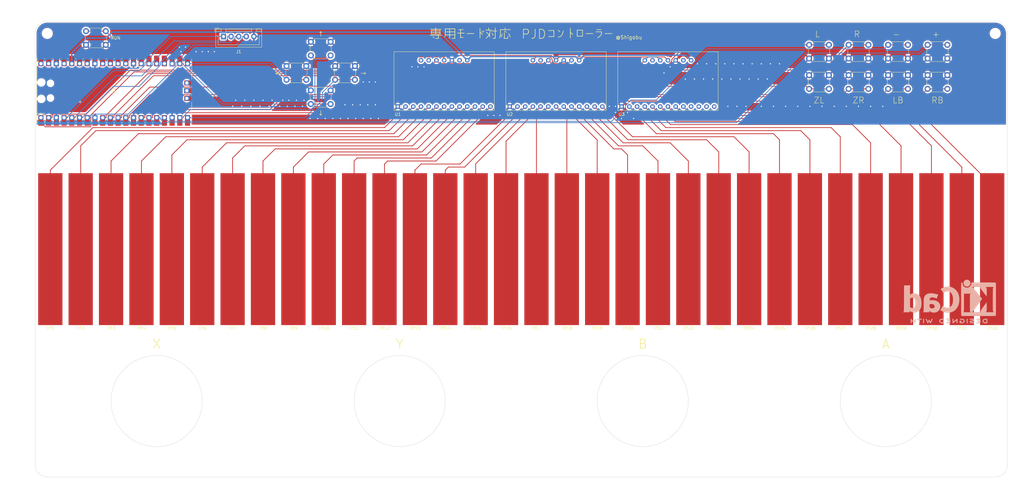
<source format=kicad_pcb>
(kicad_pcb (version 20221018) (generator pcbnew)
  (title_block (title "初音ミクPJDアーケードコントローラ自作") (date "2025-03-22"))
  (layers (0 "F.Cu" signal) (31 "B.Cu" signal) (34 "B.Paste" user) (35 "F.Paste" user) (36 "B.SilkS" user "B.Silkscreen") (37 "F.SilkS" user "F.Silkscreen") (38 "B.Mask" user) (39 "F.Mask" user) (44 "Edge.Cuts" user))
  (net 0 "")
  (net 1 "/○")
  (net 2 "/×")
  (net 3 "/△")
  (net 4 "/□")
  (net 5 "GND")
  (net 6 "/L")
  (net 7 "/ZL")
  (net 8 "/LB")
  (net 9 "/R")
  (net 10 "/ZR")
  (net 11 "/RB")
  (net 12 "/+")
  (net 13 "Net-(U3-0)")
  (net 14 "Net-(U3-1)")
  (net 15 "Net-(U3-2)")
  (net 16 "Net-(U3-3)")
  (net 17 "Net-(U3-4)")
  (net 18 "Net-(U3-5)")
  (net 19 "Net-(U3-6)")
  (net 20 "Net-(U3-7)")
  (net 21 "Net-(U1-0)")
  (net 22 "Net-(U1-1)")
  (net 23 "Net-(U1-2)")
  (net 24 "Net-(U1-3)")
  (net 25 "Net-(U1-4)")
  (net 26 "Net-(U1-5)")
  (net 27 "Net-(U1-6)")
  (net 28 "Net-(U1-7)")
  (net 29 "Net-(U1-8)")
  (net 30 "Net-(U1-9)")
  (net 31 "Net-(U1-10)")
  (net 32 "Net-(U1-11)")
  (net 33 "Net-(U2-0)")
  (net 34 "Net-(U2-1)")
  (net 35 "Net-(U2-2)")
  (net 36 "Net-(U2-3)")
  (net 37 "Net-(U2-4)")
  (net 38 "Net-(U2-5)")
  (net 39 "Net-(U2-6)")
  (net 40 "Net-(U2-7)")
  (net 41 "Net-(U2-8)")
  (net 42 "Net-(U2-9)")
  (net 43 "Net-(U2-10)")
  (net 44 "Net-(U2-11)")
  (net 45 "+3V3")
  (net 47 "/SCL")
  (net 48 "/SDA")
  (net 51 "Net-(U2-3Vo)")
  (net 59 "/-")
  (net 60 "/UP")
  (net 76 "/LEFT")
  (net 77 "/RIGHT")
  (net 78 "/DOWN")
  (net 79 "Net-(U4-RUN)")
  (footprint "Connector_JST:JST_XH_B5B-XH-A_1x05_P2.50mm_Vertical" (layer "F.Cu") (at 83 35)
    (fp_text reference "J1")
    (fp_text value "Main_SW")
  )
  (footprint "shigobuFootPrint:TouchBar" (layer "F.Cu") (at 132 130)
    (fp_text reference "TP12")
    (fp_text value "TestPoint")
  )
  (footprint "shigobuFootPrint:TouchBar" (layer "F.Cu") (at 302 130)
    (fp_text reference "TP29")
    (fp_text value "TestPoint")
  )
  (footprint "shigobuFootPrint:TouchBar" (layer "F.Cu") (at 252 130)
    (fp_text reference "TP24")
    (fp_text value "TestPoint")
  )
  (footprint "Button_Switch_THT:SW_PUSH_6mm" (layer "F.Cu") (at 288.75 47.75)
    (fp_text reference "SW5" hide)
    (fp_text value "ZR")
  )
  (footprint "shigobuFootPrint:TouchBar" (layer "F.Cu") (at 102 130)
    (fp_text reference "TP9")
    (fp_text value "TestPoint")
  )
  (footprint "shigobuFootPrint:TouchBar" (layer "F.Cu") (at 112 130)
    (fp_text reference "TP10")
    (fp_text value "TestPoint")
  )
  (footprint "shigobuFootPrint:TouchBar" (layer "F.Cu") (at 32 130)
    (fp_text reference "TP2")
    (fp_text value "TestPoint")
  )
  (footprint "shigobuFootPrint:TouchBar" (layer "F.Cu") (at 192 130)
    (fp_text reference "TP18")
    (fp_text value "TestPoint")
  )
  (footprint "shigobuFootPrint:TouchBar" (layer "F.Cu") (at 82 130)
    (fp_text reference "TP7")
    (fp_text value "TestPoint")
  )
  (footprint "Button_Switch_THT:SW_PUSH_6mm" (layer "F.Cu") (at 119.75 44.75)
    (fp_text reference "SW11" hide)
    (fp_text value "→")
  )
  (footprint "shigobuFootPrint:TouchBar" (layer "F.Cu") (at 282 130)
    (fp_text reference "TP27")
    (fp_text value "TestPoint")
  )
  (footprint "shigobuFootPrint:TouchBar" (layer "F.Cu") (at 72 130)
    (fp_text reference "TP6")
    (fp_text value "TestPoint")
  )
  (footprint "MountingHole:MountingHole_3.2mm_M3" (layer "F.Cu") (at 25 34)
    (fp_text reference "REF4" hide)
    (fp_text value "MountingHole_3.2mm_M3")
  )
  (footprint "RPi_Pico:RPi_Pico_SMD_TH" (layer "F.Cu") (at 47.035 52.84 90)
    (fp_text reference "U4")
    (fp_text value "Pico")
  )
  (footprint "shigobuFootPrint:Capacitive_Touch_Sensor_Breakout" (layer "F.Cu") (at 192.45 50.46 180)
    (fp_text reference "U2")
    (fp_text value "Capacitive_Touch_Sensor_Breakout")
  )
  (footprint "shigobuFootPrint:TouchBar" (layer "F.Cu") (at 312 130)
    (fp_text reference "TP30")
    (fp_text value "TestPoint")
  )
  (footprint "shigobuFootPrint:TouchBar" (layer "F.Cu") (at 42 130)
    (fp_text reference "TP3")
    (fp_text value "TestPoint")
  )
  (footprint "Button_Switch_THT:SW_PUSH_6mm" (layer "F.Cu") (at 111.75 52.75)
    (fp_text reference "SW12" hide)
    (fp_text value "↓")
  )
  (footprint "shigobuFootPrint:TouchBar" (layer "F.Cu") (at 92 130)
    (fp_text reference "TP8")
    (fp_text value "TestPoint")
  )
  (footprint "Button_Switch_THT:SW_PUSH_6mm" (layer "F.Cu") (at 308.25 42.25 180)
    (fp_text reference "SW10" hide)
    (fp_text value "-")
  )
  (footprint "shigobuFootPrint:TouchBar" (layer "F.Cu") (at 332 130)
    (fp_text reference "TP32")
    (fp_text value "TestPoint")
  )
  (footprint "shigobuFootPrint:Capacitive_Touch_Sensor_Breakout" (layer "F.Cu") (at 229.28 50.46 180)
    (fp_text reference "U3")
    (fp_text value "Capacitive_Touch_Sensor_Breakout")
  )
  (footprint "shigobuFootPrint:Capacitive_Touch_Sensor_Breakout" (layer "F.Cu") (at 155.62 50.46 180)
    (fp_text reference "U1")
    (fp_text value "Capacitive_Touch_Sensor_Breakout")
  )
  (footprint "Button_Switch_THT:SW_PUSH_6mm" (layer "F.Cu") (at 282.25 42.25 180)
    (fp_text reference "SW1" hide)
    (fp_text value "L")
  )
  (footprint "MountingHole:MountingHole_3.2mm_M3" (layer "F.Cu") (at 337 176)
    (fp_text reference "REF2" hide)
    (fp_text value "MountingHole_3.2mm_M3")
  )
  (footprint "Button_Switch_THT:SW_PUSH_6mm" (layer "F.Cu") (at 314.75 47.75)
    (fp_text reference "SW6" hide)
    (fp_text value "RB")
  )
  (footprint "Button_Switch_THT:SW_PUSH_6mm" (layer "F.Cu") (at 103.75 44.75)
    (fp_text reference "SW9" hide)
    (fp_text value "←")
  )
  (footprint "shigobuFootPrint:TouchBar" (layer "F.Cu") (at 232 130)
    (fp_text reference "TP22")
    (fp_text value "TestPoint")
  )
  (footprint "MountingHole:MountingHole_3.2mm_M3" (layer "F.Cu") (at 337 34)
    (fp_text reference "REF3" hide)
    (fp_text value "MountingHole_3.2mm_M3")
  )
  (footprint "shigobuFootPrint:TouchBar" (layer "F.Cu") (at 162 130)
    (fp_text reference "TP15")
    (fp_text value "TestPoint")
  )
  (footprint "shigobuFootPrint:TouchBar" (layer "F.Cu") (at 172 130)
    (fp_text reference "TP16")
    (fp_text value "TestPoint")
  )
  (footprint "shigobuFootPrint:TouchBar" (layer "F.Cu") (at 22 130)
    (fp_text reference "TP1")
    (fp_text value "TestPoint")
  )
  (footprint "shigobuFootPrint:TouchBar" (layer "F.Cu") (at 122 130)
    (fp_text reference "TP11")
    (fp_text value "TestPoint")
  )
  (footprint "shigobuFootPrint:TouchBar" (layer "F.Cu") (at 262 130)
    (fp_text reference "TP25")
    (fp_text value "TestPoint")
  )
  (footprint "shigobuFootPrint:TouchBar" (layer "F.Cu") (at 242 130)
    (fp_text reference "TP23")
    (fp_text value "TestPoint")
  )
  (footprint "shigobuFootPrint:TouchBar" (layer "F.Cu") (at 62 130)
    (fp_text reference "TP5")
    (fp_text value "TestPoint")
  )
  (footprint "shigobuFootPrint:TouchBar" (layer "F.Cu") (at 322 130)
    (fp_text reference "TP31")
    (fp_text value "TestPoint")
  )
  (footprint "Button_Switch_THT:SW_PUSH_6mm" (layer "F.Cu") (at 275.75 47.75)
    (fp_text reference "SW2" hide)
    (fp_text value "ZL")
  )
  (footprint "shigobuFootPrint:TouchBar" (layer "F.Cu") (at 152 130)
    (fp_text reference "TP14")
    (fp_text value "TestPoint")
  )
  (footprint "Button_Switch_THT:SW_PUSH_6mm" (layer "F.Cu") (at 37.75 33.25)
    (fp_text reference "SW13" hide)
    (fp_text value "RUN")
  )
  (footprint "shigobuFootPrint:TouchBar" (layer "F.Cu") (at 292 130)
    (fp_text reference "TP28")
    (fp_text value "TestPoint")
  )
  (footprint "Button_Switch_THT:SW_PUSH_6mm" (layer "F.Cu") (at 111.75 36.75)
    (fp_text reference "SW8" hide)
    (fp_text value "↑")
  )
  (footprint "shigobuFootPrint:TouchBar" (layer "F.Cu") (at 52 130)
    (fp_text reference "TP4")
    (fp_text value "TestPoint")
  )
  (footprint "shigobuFootPrint:TouchBar" (layer "F.Cu") (at 182 130)
    (fp_text reference "TP17")
    (fp_text value "TestPoint")
  )
  (footprint "Button_Switch_THT:SW_PUSH_6mm" (layer "F.Cu") (at 295.25 42.25 180)
    (fp_text reference "SW4" hide)
    (fp_text value "R")
  )
  (footprint "Button_Switch_THT:SW_PUSH_6mm" (layer "F.Cu") (at 321.25 42.25 180)
    (fp_text reference "SW7" hide)
    (fp_text value "+")
  )
  (footprint "shigobuFootPrint:TouchBar" (layer "F.Cu") (at 272 130)
    (fp_text reference "TP26")
    (fp_text value "TestPoint")
  )
  (footprint "shigobuFootPrint:TouchBar" (layer "F.Cu") (at 222 130)
    (fp_text reference "TP21")
    (fp_text value "TestPoint")
  )
  (footprint "shigobuFootPrint:TouchBar" (layer "F.Cu") (at 212 130)
    (fp_text reference "TP20")
    (fp_text value "TestPoint")
  )
  (footprint "Button_Switch_THT:SW_PUSH_6mm" (layer "F.Cu") (at 301.75 47.75)
    (fp_text reference "SW3" hide)
    (fp_text value "LB")
  )
  (footprint "MountingHole:MountingHole_3.2mm_M3" (layer "F.Cu") (at 25 176)
    (fp_text reference "REF1" hide)
    (fp_text value "MountingHole_3.2mm_M3")
  )
  (footprint "shigobuFootPrint:TouchBar" (layer "F.Cu") (at 202 130)
    (fp_text reference "TP19")
    (fp_text value "TestPoint")
  )
  (footprint "shigobuFootPrint:TouchBar" (layer "F.Cu") (at 142 130)
    (fp_text reference "TP13")
    (fp_text value "TestPoint")
  )
  (footprint "Symbol:KiCad-Logo2_12mm_SilkScreen" (layer "B.Cu") (at 322 121 180)
    (fp_text reference "REF**" hide)
    (fp_text value "KiCad-Logo2_12mm_SilkScreen" hide)
  )
  (gr_line (start 261 30) (end 181 30) (stroke (width 0.1)) (layer "Edge.Cuts"))
  (gr_line (start 261 180) (end 337 180) (stroke (width 0.1)) (layer "Edge.Cuts"))
  (gr_arc (start 341 176) (mid 339.828427 178.828427) (end 337 180) (stroke (width 0.1)) (layer "Edge.Cuts"))
  (gr_line (start 21 34) (end 21 176) (stroke (width 0.1)) (layer "Edge.Cuts"))
  (gr_line (start 341 34) (end 341 176) (stroke (width 0.1)) (layer "Edge.Cuts"))
  (gr_line (start 337 30) (end 261 30) (stroke (width 0.1)) (layer "Edge.Cuts"))
  (gr_circle (center 141 155) (end 156 155) (stroke (width 0.1)) (fill none) (layer "Edge.Cuts"))
  (gr_arc (start 21 34) (mid 22.171573 31.171573) (end 25 30) (stroke (width 0.1)) (layer "Edge.Cuts"))
  (gr_circle (center 301 155) (end 316 155) (stroke (width 0.1)) (fill none) (layer "Edge.Cuts"))
  (gr_line (start 101 180) (end 181 180) (stroke (width 0.1)) (layer "Edge.Cuts"))
  (gr_line (start 101 30) (end 25 30) (stroke (width 0.1)) (layer "Edge.Cuts"))
  (gr_circle (center 221 155) (end 236 155) (stroke (width 0.1)) (fill none) (layer "Edge.Cuts"))
  (gr_circle (center 61 155) (end 76 155) (stroke (width 0.1)) (fill none) (layer "Edge.Cuts"))
  (gr_arc (start 25 180) (mid 22.171573 178.828427) (end 21 176) (stroke (width 0.1)) (layer "Edge.Cuts"))
  (gr_line (start 181 180) (end 261 180) (stroke (width 0.1)) (layer "Edge.Cuts"))
  (gr_arc (start 337 30) (mid 339.828427 31.171573) (end 341 34) (stroke (width 0.1)) (layer "Edge.Cuts"))
  (gr_line (start 25 180) (end 101 180) (stroke (width 0.1)) (layer "Edge.Cuts"))
  (gr_line (start 181 30) (end 101 30) (stroke (width 0.1)) (layer "Edge.Cuts"))
  (gr_text "X" (at 61 138) (layer "F.SilkS") (effects (font (size 3 3) (thickness 0.3)) (justify bottom)))
  (gr_text "@Shigobu" (at 212 36) (layer "F.SilkS") (effects (font (size 1.2 1.2)) (justify left bottom)))
  (gr_text "B" (at 221 138) (layer "F.SilkS") (effects (font (size 3 3) (thickness 0.3)) (justify bottom)))
  (gr_text "専用モード対応　PJDコントローラー" (at 181 36) (layer "F.SilkS") (effects (font (size 3 3) (thickness 0.2)) (justify bottom)))
  (gr_text "A" (at 301 138) (layer "F.SilkS") (effects (font (size 3 3) (thickness 0.3)) (justify bottom)))
  (gr_text "Y" (at 141 138) (layer "F.SilkS") (effects (font (size 3 3) (thickness 0.3)) (justify bottom)))
  (segment (start 57.195 43.5506) (end 65.7456 35) (width 0.25) (layer "B.Cu") (net 1))
  (segment (start 31.7001 61.3628) (end 46.7947 46.2682) (width 0.25) (layer "B.Cu") (net 1))
  (segment (start 57.195 44.3768) (end 57.195 43.5506) (width 0.25) (layer "B.Cu") (net 1))
  (segment (start 46.7947 46.2682) (end 55.3036 46.2682) (width 0.25) (layer "B.Cu") (net 1))
  (segment (start 30.525 61.73) (end 31.7001 61.73) (width 0.25) (layer "B.Cu") (net 1))
  (segment (start 65.7456 35) (end 83 35) (width 0.25) (layer "B.Cu") (net 1))
  (segment (start 31.7001 61.73) (end 31.7001 61.3628) (width 0.25) (layer "B.Cu") (net 1))
  (segment (start 55.3036 46.2682) (end 57.195 44.3768) (width 0.25) (layer "B.Cu") (net 1))
  (segment (start 85.5 35) (end 84.3249 35) (width 0.25) (layer "B.Cu") (net 2))
  (segment (start 34.2401 61.3628) (end 47.6462 47.9567) (width 0.25) (layer "B.Cu") (net 2))
  (segment (start 56.1227 47.9567) (end 59.735 44.3444) (width 0.25) (layer "B.Cu") (net 2))
  (segment (start 66.7077 36.4888) (end 83.7296 36.4888) (width 0.25) (layer "B.Cu") (net 2))
  (segment (start 47.6462 47.9567) (end 56.1227 47.9567) (width 0.25) (layer "B.Cu") (net 2))
  (segment (start 84.3249 35.8935) (end 84.3249 35) (width 0.25) (layer "B.Cu") (net 2))
  (segment (start 59.735 43.4615) (end 66.7077 36.4888) (width 0.25) (layer "B.Cu") (net 2))
  (segment (start 33.065 61.73) (end 34.2401 61.73) (width 0.25) (layer "B.Cu") (net 2))
  (segment (start 59.735 44.3444) (end 59.735 43.4615) (width 0.25) (layer "B.Cu") (net 2))
  (segment (start 34.2401 61.73) (end 34.2401 61.3628) (width 0.25) (layer "B.Cu") (net 2))
  (segment (start 83.7296 36.4888) (end 84.3249 35.8935) (width 0.25) (layer "B.Cu") (net 2))
  (segment (start 55.1701 51.4576) (end 62.275 44.3527) (width 0.25) (layer "B.Cu") (net 3))
  (segment (start 36.7801 61.3628) (end 46.6853 51.4576) (width 0.25) (layer "B.Cu") (net 3))
  (segment (start 86.8249 35.5355) (end 86.8249 35) (width 0.25) (layer "B.Cu") (net 3))
  (segment (start 46.6853 51.4576) (end 55.1701 51.4576) (width 0.25) (layer "B.Cu") (net 3))
  (segment (start 62.275 44.3527) (end 62.275 43.4742) (width 0.25) (layer "B.Cu") (net 3))
  (segment (start 88 35) (end 86.8249 35) (width 0.25) (layer "B.Cu") (net 3))
  (segment (start 68.7454 37.0038) (end 85.3566 37.0038) (width 0.25) (layer "B.Cu") (net 3))
  (segment (start 36.7801 61.73) (end 36.7801 61.3628) (width 0.25) (layer "B.Cu") (net 3))
  (segment (start 35.605 61.73) (end 36.7801 61.73) (width 0.25) (layer "B.Cu") (net 3))
  (segment (start 62.275 43.4742) (end 68.7454 37.0038) (width 0.25) (layer "B.Cu") (net 3))
  (segment (start 85.3566 37.0038) (end 86.8249 35.5355) (width 0.25) (layer "B.Cu") (net 3))
  (segment (start 73.0557 37.8393) (end 87.0211 37.8393) (width 0.25) (layer "B.Cu") (net 4))
  (segment (start 67.312 44.8827) (end 67.312 43.583) (width 0.25) (layer "B.Cu") (net 4))
  (segment (start 87.0211 37.8393) (end 89.3249 35.5355) (width 0.25) (layer "B.Cu") (net 4))
  (segment (start 39.3201 61.73) (end 39.3201 60.9221) (width 0.25) (layer "B.Cu") (net 4))
  (segment (start 67.312 43.583) (end 73.0557 37.8393) (width 0.25) (layer "B.Cu") (net 4))
  (segment (start 39.3201 60.9221) (end 39.6873 60.5549) (width 0.25) (layer "B.Cu") (net 4))
  (segment (start 89.3249 35.5355) (end 89.3249 35) (width 0.25) (layer "B.Cu") (net 4))
  (segment (start 90.5 35) (end 89.3249 35) (width 0.25) (layer "B.Cu") (net 4))
  (segment (start 39.6873 60.5549) (end 51.6398 60.5549) (width 0.25) (layer "B.Cu") (net 4))
  (segment (start 38.145 61.73) (end 39.3201 61.73) (width 0.25) (layer "B.Cu") (net 4))
  (segment (start 51.6398 60.5549) (end 67.312 44.8827) (width 0.25) (layer "B.Cu") (net 4))
  (segment (start 53.385 60.615) (end 54 60) (width 0.25) (layer "F.Cu") (net 5))
  (segment (start 53.385 61.73) (end 53.385 60.615) (width 0.25) (layer "F.Cu") (net 5))
  (via (at 242 44) (size 0.8) (drill 0.4) (layers "F.Cu" "B.Cu") (net 5))
  (via (at 102.5 56) (size 0.8) (drill 0.4) (layers "F.Cu" "B.Cu") (net 5))
  (via (at 134 62) (size 0.8) (drill 0.4) (layers "F.Cu" "B.Cu") (net 5))
  (via (at 254 44) (size 0.8) (drill 0.4) (layers "F.Cu" "B.Cu") (net 5))
  (via (at 133 57.5) (size 0.8) (drill 0.4) (layers "F.Cu" "B.Cu") (net 5))
  (via (at 119 62) (size 0.8) (drill 0.4) (layers "F.Cu" "B.Cu") (net 5))
  (via (at 89 58) (size 0.8) (drill 0.4) (layers "F.Cu" "B.Cu") (net 5))
  (via (at 114 62) (size 0.8) (drill 0.4) (layers "F.Cu" "B.Cu") (net 5))
  (via (at 255 58) (size 0.8) (drill 0.4) (layers "F.Cu" "B.Cu") (net 5))
  (via (at 256 49) (size 0.8) (drill 0.4) (layers "F.Cu" "B.Cu") (net 5))
  (via (at 174 61) (size 0.8) (drill 0.4) (layers "F.Cu" "B.Cu") (net 5))
  (via (at 129 50) (size 0.8) (drill 0.4) (layers "F.Cu" "B.Cu") (net 5))
  (via (at 245 44) (size 0.8) (drill 0.4) (layers "F.Cu" "B.Cu") (net 5))
  (via (at 228 47) (size 0.8) (drill 0.4) (layers "F.Cu" "B.Cu") (net 5))
  (via (at 296 58) (size 0.8) (drill 0.4) (layers "F.Cu" "B.Cu") (net 5))
  (via (at 107 56) (size 0.8) (drill 0.4) (layers "F.Cu" "B.Cu") (net 5))
  (via (at 268 58) (size 0.8) (drill 0.4) (layers "F.Cu" "B.Cu") (net 5))
  (via (at 292 58) (size 0.8) (drill 0.4) (layers "F.Cu" "B.Cu") (net 5))
  (via (at 125.5 57.5) (size 0.8) (drill 0.4) (layers "F.Cu" "B.Cu") (net 5))
  (via (at 149 45) (size 0.8) (drill 0.4) (layers "F.Cu" "B.Cu") (net 5))
  (via (at 276 58) (size 0.8) (drill 0.4) (layers "F.Cu" "B.Cu") (net 5))
  (via (at 90 56) (size 0.8) (drill 0.4) (layers "F.Cu" "B.Cu") (net 5))
  (via (at 124 62) (size 0.8) (drill 0.4) (layers "F.Cu" "B.Cu") (net 5))
  (via (at 98 58) (size 0.8) (drill 0.4) (layers "F.Cu" "B.Cu") (net 5))
  (via (at 95 58) (size 0.8) (drill 0.4) (layers "F.Cu" "B.Cu") (net 5))
  (via (at 130.5 57.5) (size 0.8) (drill 0.4) (layers "F.Cu" "B.Cu") (net 5))
  (via (at 129 62) (size 0.8) (drill 0.4) (layers "F.Cu" "B.Cu") (net 5))
  (via (at 260 58) (size 0.8) (drill 0.4) (layers "F.Cu" "B.Cu") (net 5))
  (via (at 123 57.5) (size 0.8) (drill 0.4) (layers "F.Cu" "B.Cu") (net 5))
  (via (at 214 62) (size 0.8) (drill 0.4) (layers "F.Cu" "B.Cu") (net 5))
  (via (at 260 44) (size 0.8) (drill 0.4) (layers "F.Cu" "B.Cu") (net 5))
  (via (at 288 58) (size 0.8) (drill 0.4) (layers "F.Cu" "B.Cu") (net 5))
  (via (at 263 44) (size 0.8) (drill 0.4) (layers "F.Cu" "B.Cu") (net 5))
  (via (at 244 49) (size 0.8) (drill 0.4) (layers "F.Cu" "B.Cu") (net 5))
  (via (at 111.5 62) (size 0.8) (drill 0.4) (layers "F.Cu" "B.Cu") (net 5))
  (via (at 300 58) (size 0.8) (drill 0.4) (layers "F.Cu" "B.Cu") (net 5))
  (via (at 264 58) (size 0.8) (drill 0.4) (layers "F.Cu" "B.Cu") (net 5))
  (via (at 96 56) (size 0.8) (drill 0.4) (layers "F.Cu" "B.Cu") (net 5))
  (via (at 78 40) (size 0.8) (drill 0.4) (layers "F.Cu" "B.Cu") (net 5))
  (via (at 252 58) (size 0.8) (drill 0.4) (layers "F.Cu" "B.Cu") (net 5))
  (via (at 69 40) (size 0.8) (drill 0.4) (layers "F.Cu" "B.Cu") (net 5))
  (via (at 210 58) (size 0.8) (drill 0.4) (layers "F.Cu" "B.Cu") (net 5))
  (via (at 172 61) (size 0.8) (drill 0.4) (layers "F.Cu" "B.Cu") (net 5))
  (via (at 133 50) (size 0.8) (drill 0.4) (layers "F.Cu" "B.Cu") (net 5))
  (via (at 104 58) (size 0.8) (drill 0.4) (layers "F.Cu" "B.Cu") (net 5))
  (via (at 121.5 62) (size 0.8) (drill 0.4) (layers "F.Cu" "B.Cu") (net 5))
  (via (at 238 49) (size 0.8) (drill 0.4) (layers "F.Cu" "B.Cu") (net 5))
  (via (at 104.5 56) (size 0.8) (drill 0.4) (layers "F.Cu" "B.Cu") (net 5))
  (via (at 87 56) (size 0.8) (drill 0.4) (layers "F.Cu" "B.Cu") (net 5))
  (via (at 99 56) (size 0.8) (drill 0.4) (layers "F.Cu" "B.Cu") (net 5))
  (via (at 230 45) (size 0.8) (drill 0.4) (layers "F.Cu" "B.Cu") (net 5))
  (via (at 251 44) (size 0.8) (drill 0.4) (layers "F.Cu" "B.Cu") (net 5))
  (via (at 131.5 62) (size 0.8) (drill 0.4) (layers "F.Cu" "B.Cu") (net 5))
  (via (at 250 49) (size 0.8) (drill 0.4) (layers "F.Cu" "B.Cu") (net 5))
  (via (at 272 58) (size 0.8) (drill 0.4) (layers "F.Cu" "B.Cu") (net 5))
  (via (at 92 58) (size 0.8) (drill 0.4) (layers "F.Cu" "B.Cu") (net 5))
  (via (at 266 44) (size 0.8) (drill 0.4) (layers "F.Cu" "B.Cu") (net 5))
  (via (at 170 61) (size 0.8) (drill 0.4) (layers "F.Cu" "B.Cu") (net 5))
  (via (at 212 60) (size 0.8) (drill 0.4) (layers "F.Cu" "B.Cu") (net 5))
  (via (at 253 49) (size 0.8) (drill 0.4) (layers "F.Cu" "B.Cu") (net 5))
  (via (at 280 58) (size 0.8) (drill 0.4) (layers "F.Cu" "B.Cu") (net 5))
  (via (at 106.5 58) (size 0.8) (drill 0.4) (layers "F.Cu" "B.Cu") (net 5))
  (via (at 145 45) (size 0.8) (drill 0.4) (layers "F.Cu" "B.Cu") (net 5))
  (via (at 116.5 62) (size 0.8) (drill 0.4) (layers "F.Cu" "B.Cu") (net 5))
  (via (at 249 58) (size 0.8) (drill 0.4) (layers "F.Cu" "B.Cu") (net 5))
  (via (at 239 44) (size 0.8) (drill 0.4) (layers "F.Cu" "B.Cu") (net 5))
  (via (at 216 60) (size 0.8) (drill 0.4) (layers "F.Cu" "B.Cu") (net 5))
  (via (at 128 57.5) (size 0.8) (drill 0.4) (layers "F.Cu" "B.Cu") (net 5))
  (via (at 257 44) (size 0.8) (drill 0.4) (layers "F.Cu" "B.Cu") (net 5))
  (via (at 86 58) (size 0.8) (drill 0.4) (layers "F.Cu" "B.Cu") (net 5))
  (via (at 70.5 38.5) (size 0.8) (drill 0.4) (layers "F.Cu" "B.Cu") (net 5))
  (via (at 68.5 38.5) (size 0.8) (drill 0.4) (layers "F.Cu" "B.Cu") (net 5))
  (via (at 241 49) (size 0.8) (drill 0.4) (layers "F.Cu" "B.Cu") (net 5))
  (via (at 101.5 58) (size 0.8) (drill 0.4) (layers "F.Cu" "B.Cu") (net 5))
  (via (at 109.5 56) (size 0.8) (drill 0.4) (layers "F.Cu" "B.Cu") (net 5))
  (via (at 248 44) (size 0.8) (drill 0.4) (layers "F.Cu" "B.Cu") (net 5))
  (via (at 235 49) (size 0.8) (drill 0.4) (layers "F.Cu" "B.Cu") (net 5))
  (via (at 284 58) (size 0.8) (drill 0.4) (layers "F.Cu" "B.Cu") (net 5))
  (via (at 80 40) (size 0.8) (drill 0.4) (layers "F.Cu" "B.Cu") (net 5))
  (via (at 126.5 62) (size 0.8) (drill 0.4) (layers "F.Cu" "B.Cu") (net 5))
  (via (at 212 58) (size 0.8) (drill 0.4) (layers "F.Cu" "B.Cu") (net 5))
  (via (at 76 40) (size 0.8) (drill 0.4) (layers "F.Cu" "B.Cu") (net 5))
  (via (at 74 40) (size 0.8) (drill 0.4) (layers "F.Cu" "B.Cu") (net 5))
  (via (at 147 45) (size 0.8) (drill 0.4) (layers "F.Cu" "B.Cu") (net 5))
  (via (at 131 50) (size 0.8) (drill 0.4) (layers "F.Cu" "B.Cu") (net 5))
  (via (at 262 49) (size 0.8) (drill 0.4) (layers "F.Cu" "B.Cu") (net 5))
  (via (at 247 49) (size 0.8) (drill 0.4) (layers "F.Cu" "B.Cu") (net 5))
  (via (at 109 58) (size 0.8) (drill 0.4) (layers "F.Cu" "B.Cu") (net 5))
  (via (at 218 62) (size 0.8) (drill 0.4) (layers "F.Cu" "B.Cu") (net 5))
  (via (at 259 49) (size 0.8) (drill 0.4) (layers "F.Cu" "B.Cu") (net 5))
  (via (at 93 56) (size 0.8) (drill 0.4) (layers "F.Cu" "B.Cu") (net 5))
  (segment (start 44.4001 60.9221) (end 44.4001 61.73) (width 0.25) (layer "F.Cu") (net 6))
  (segment (start 275.75 37.75) (end 235.3462 37.75) (width 0.25) (layer "F.Cu") (net 6))
  (segment (start 230.55 42.5462) (end 230.55 43.1505) (width 0.25) (layer "F.Cu") (net 6))
  (segment (start 235.3462 37.75) (end 230.55 42.5462) (width 0.25) (layer "F.Cu") (net 6))
  (segment (start 282.25 37.75) (end 275.75 37.75) (width 0.25) (layer "F.Cu") (net 6))
  (segment (start 58.0755 47.2467) (end 44.4001 60.9221) (width 0.25) (layer "F.Cu") (net 6))
  (segment (start 226.4538 47.2467) (end 58.0755 47.2467) (width 0.25) (layer "F.Cu") (net 6))
  (segment (start 43.225 61.73) (end 44.4001 61.73) (width 0.25) (layer "F.Cu") (net 6))
  (segment (start 230.55 43.1505) (end 226.4538 47.2467) (width 0.25) (layer "F.Cu") (net 6))
  (segment (start 48.305 61.73) (end 49.4801 61.73) (width 0.25) (layer "F.Cu") (net 7))
  (segment (start 49.4801 60.9221) (end 58.7374 51.6648) (width 0.25) (layer "F.Cu") (net 7))
  (segment (start 275.75 52.25) (end 282.25 52.25) (width 0.25) (layer "F.Cu") (net 7))
  (segment (start 274.8832 51.3832) (end 275.75 52.25) (width 0.25) (layer "F.Cu") (net 7))
  (segment (start 109.7094 51.6648) (end 109.991 51.3832) (width 0.25) (layer "F.Cu") (net 7))
  (segment (start 109.991 51.3832) (end 274.8832 51.3832) (width 0.25) (layer "F.Cu") (net 7))
  (segment (start 49.4801 61.73) (end 49.4801 60.9221) (width 0.25) (layer "F.Cu") (net 7))
  (segment (start 58.7374 51.6648) (end 109.7094 51.6648) (width 0.25) (layer "F.Cu") (net 7))
  (segment (start 102.512 54.8357) (end 98.2748 59.0729) (width 0.25) (layer "F.Cu") (net 8))
  (segment (start 301.75 52.25) (end 308.25 52.25) (width 0.25) (layer "F.Cu") (net 8))
  (segment (start 301.75 52.25) (end 299.1643 54.8357) (width 0.25) (layer "F.Cu") (net 8))
  (segment (start 57.1001 60.9221) (end 57.1001 61.73) (width 0.25) (layer "F.Cu") (net 8))
  (segment (start 299.1643 54.8357) (end 102.512 54.8357) (width 0.25) (layer "F.Cu") (net 8))
  (segment (start 55.925 61.73) (end 57.1001 61.73) (width 0.25) (layer "F.Cu") (net 8))
  (segment (start 58.9493 59.0729) (end 57.1001 60.9221) (width 0.25) (layer "F.Cu") (net 8))
  (segment (start 98.2748 59.0729) (end 58.9493 59.0729) (width 0.25) (layer "F.Cu") (net 8))
  (segment (start 228.8742 47.9218) (end 59.9404 47.9218) (width 0.25) (layer "F.Cu") (net 9))
  (segment (start 46.9401 60.9221) (end 46.9401 61.73) (width 0.25) (layer "F.Cu") (net 9))
  (segment (start 230.7328 46.0632) (end 228.8742 47.9218) (width 0.25) (layer "F.Cu") (net 9))
  (segment (start 288.75 37.75) (end 280.4368 46.0632) (width 0.25) (layer "F.Cu") (net 9))
  (segment (start 59.9404 47.9218) (end 46.9401 60.9221) (width 0.25) (layer "F.Cu") (net 9))
  (segment (start 295.25 37.75) (end 288.75 37.75) (width 0.25) (layer "F.Cu") (net 9))
  (segment (start 280.4368 46.0632) (end 230.7328 46.0632) (width 0.25) (layer "F.Cu") (net 9))
  (segment (start 45.765 61.73) (end 46.9401 61.73) (width 0.25) (layer "F.Cu") (net 9))
  (segment (start 52.0201 60.9221) (end 58.7816 54.1606) (width 0.25) (layer "F.Cu") (net 10))
  (segment (start 52.0201 61.73) (end 52.0201 60.9221) (width 0.25) (layer "F.Cu") (net 10))
  (segment (start 286.8394 54.1606) (end 288.75 52.25) (width 0.25) (layer "F.Cu") (net 10))
  (segment (start 58.7816 54.1606) (end 286.8394 54.1606) (width 0.25) (layer "F.Cu") (net 10))
  (segment (start 288.75 52.25) (end 295.25 52.25) (width 0.25) (layer "F.Cu") (net 10))
  (segment (start 50.845 61.73) (end 52.0201 61.73) (width 0.25) (layer "F.Cu") (net 10))
  (segment (start 138.2393 56.2658) (end 134.4003 60.1048) (width 0.25) (layer "F.Cu") (net 11))
  (segment (start 134.4003 60.1048) (end 60.4574 60.1048) (width 0.25) (layer "F.Cu") (net 11))
  (segment (start 314.75 52.25) (end 310.7342 56.2658) (width 0.25) (layer "F.Cu") (net 11))
  (segment (start 59.6401 60.9221) (end 59.6401 61.73) (width 0.25) (layer "F.Cu") (net 11))
  (segment (start 58.465 61.73) (end 59.6401 61.73) (width 0.25) (layer "F.Cu") (net 11))
  (segment (start 60.4574 60.1048) (end 59.6401 60.9221) (width 0.25) (layer "F.Cu") (net 11))
  (segment (start 310.7342 56.2658) (end 138.2393 56.2658) (width 0.25) (layer "F.Cu") (net 11))
  (segment (start 314.75 52.25) (end 321.25 52.25) (width 0.25) (layer "F.Cu") (net 11))
  (segment (start 321.25 37.75) (end 314.75 37.75) (width 0.25) (layer "F.Cu") (net 12))
  (segment (start 251.8745 63.367) (end 274.7913 40.4502) (width 0.25) (layer "B.Cu") (net 12))
  (segment (start 63.4518 63.367) (end 251.8745 63.367) (width 0.25) (layer "B.Cu") (net 12))
  (segment (start 62.1801 62.0953) (end 63.4518 63.367) (width 0.25) (layer "B.Cu") (net 12))
  (segment (start 62.1801 61.73) (end 62.1801 62.0953) (width 0.25) (layer "B.Cu") (net 12))
  (segment (start 312.0498 40.4502) (end 314.75 37.75) (width 0.25) (layer "B.Cu") (net 12))
  (segment (start 274.7913 40.4502) (end 312.0498 40.4502) (width 0.25) (layer "B.Cu") (net 12))
  (segment (start 61.005 61.73) (end 62.1801 61.73) (width 0.25) (layer "B.Cu") (net 12))
  (segment locked (start 264 67) (end 225.5 67) (width 0.25) (layer "F.Cu") (net 13))
  (segment locked (start 225.5 67) (end 216.58 58.08) (width 0.25) (layer "F.Cu") (net 13))
  (segment locked (start 266 69) (end 264 67) (width 0.25) (layer "F.Cu") (net 13))
  (segment locked (start 266 105) (end 266 69) (width 0.25) (layer "F.Cu") (net 13))
  (segment locked (start 273 66) (end 227.04 66) (width 0.25) (layer "F.Cu") (net 14))
  (segment locked (start 276 105) (end 276 69) (width 0.25) (layer "F.Cu") (net 14))
  (segment locked (start 276 69) (end 273 66) (width 0.25) (layer "F.Cu") (net 14))
  (segment locked (start 227.04 66) (end 219.12 58.08) (width 0.25) (layer "F.Cu") (net 14))
  (segment locked (start 286 105) (end 286 68) (width 0.25) (layer "F.Cu") (net 15))
  (segment locked (start 283 65) (end 228.58 65) (width 0.25) (layer "F.Cu") (net 15))
  (segment locked (start 228.58 65) (end 221.66 58.08) (width 0.25) (layer "F.Cu") (net 15))
  (segment locked (start 286 68) (end 283 65) (width 0.25) (layer "F.Cu") (net 15))
  (segment locked (start 296 105) (end 296 70) (width 0.25) (layer "F.Cu") (net 16))
  (segment locked (start 296 70) (end 290 64) (width 0.25) (layer "F.Cu") (net 16))
  (segment locked (start 230.12 64) (end 224.2 58.08) (width 0.25) (layer "F.Cu") (net 16))
  (segment locked (start 290 64) (end 230.12 64) (width 0.25) (layer "F.Cu") (net 16))
  (segment locked (start 231.66 63) (end 226.74 58.08) (width 0.25) (layer "F.Cu") (net 17))
  (segment locked (start 298 63) (end 231.66 63) (width 0.25) (layer "F.Cu") (net 17))
  (segment locked (start 306 105) (end 306 71) (width 0.25) (layer "F.Cu") (net 17))
  (segment locked (start 306 71) (end 298 63) (width 0.25) (layer "F.Cu") (net 17))
  (segment locked (start 307 62) (end 233.2 62) (width 0.25) (layer "F.Cu") (net 18))
  (segment locked (start 316 105) (end 316 71) (width 0.25) (layer "F.Cu") (net 18))
  (segment locked (start 233.2 62) (end 229.28 58.08) (width 0.25) (layer "F.Cu") (net 18))
  (segment locked (start 316 71) (end 307 62) (width 0.25) (layer "F.Cu") (net 18))
  (segment locked (start 326 78) (end 309 61) (width 0.25) (layer "F.Cu") (net 19))
  (segment locked (start 309 61) (end 234.74 61) (width 0.25) (layer "F.Cu") (net 19))
  (segment locked (start 326 105) (end 326 78) (width 0.25) (layer "F.Cu") (net 19))
  (segment locked (start 234.74 61) (end 231.82 58.08) (width 0.25) (layer "F.Cu") (net 19))
  (segment locked (start 236.28 60) (end 234.36 58.08) (width 0.25) (layer "F.Cu") (net 20))
  (segment locked (start 336 105) (end 336 84) (width 0.25) (layer "F.Cu") (net 20))
  (segment locked (start 312 60) (end 236.28 60) (width 0.25) (layer "F.Cu") (net 20))
  (segment locked (start 336 84) (end 312 60) (width 0.25) (layer "F.Cu") (net 20))
  (segment locked (start 26 105) (end 26 79) (width 0.25) (layer "F.Cu") (net 21))
  (segment locked (start 26 79) (end 40 65) (width 0.25) (layer "F.Cu") (net 21))
  (segment locked (start 40 65) (end 136 65) (width 0.25) (layer "F.Cu") (net 21))
  (segment locked (start 136 65) (end 142.92 58.08) (width 0.25) (layer "F.Cu") (net 21))
  (segment locked (start 36 105) (end 36 71) (width 0.25) (layer "F.Cu") (net 22))
  (segment locked (start 41 66) (end 137.54 66) (width 0.25) (layer "F.Cu") (net 22))
  (segment locked (start 36 71) (end 41 66) (width 0.25) (layer "F.Cu") (net 22))
  (segment locked (start 137.54 66) (end 145.46 58.08) (width 0.25) (layer "F.Cu") (net 22))
  (segment locked (start 46 105) (end 46 76) (width 0.25) (layer "F.Cu") (net 23))
  (segment locked (start 55 67) (end 139.08 67) (width 0.25) (layer "F.Cu") (net 23))
  (segment locked (start 46 76) (end 55 67) (width 0.25) (layer "F.Cu") (net 23))
  (segment locked (start 139.08 67) (end 148 58.08) (width 0.25) (layer "F.Cu") (net 23))
  (segment locked (start 64 68) (end 140.62 68) (width 0.25) (layer "F.Cu") (net 24))
  (segment locked (start 56 76) (end 64 68) (width 0.25) (layer "F.Cu") (net 24))
  (segment locked (start 56 105) (end 56 76) (width 0.25) (layer "F.Cu") (net 24))
  (segment locked (start 140.62 68) (end 150.54 58.08) (width 0.25) (layer "F.Cu") (net 24))
  (segment locked (start 71 69) (end 142.16 69) (width 0.25) (layer "F.Cu") (net 25))
  (segment locked (start 66 105) (end 66 74) (width 0.25) (layer "F.Cu") (net 25))
  (segment locked (start 142.16 69) (end 153.08 58.08) (width 0.25) (layer "F.Cu") (net 25))
  (segment locked (start 66 74) (end 71 69) (width 0.25) (layer "F.Cu") (net 25))
  (segment locked (start 76 78) (end 84 70) (width 0.25) (layer "F.Cu") (net 26))
  (segment locked (start 143.7 70) (end 155.62 58.08) (width 0.25) (layer "F.Cu") (net 26))
  (segment locked (start 84 70) (end 143.7 70) (width 0.25) (layer "F.Cu") (net 26))
  (segment locked (start 76 105) (end 76 78) (width 0.25) (layer "F.Cu") (net 26))
  (segment locked (start 86 105) (end 86 75) (width 0.25) (layer "F.Cu") (net 27))
  (segment locked (start 145.24 71) (end 158.16 58.08) (width 0.25) (layer "F.Cu") (net 27))
  (segment locked (start 90 71) (end 145.24 71) (width 0.25) (layer "F.Cu") (net 27))
  (segment locked (start 86 75) (end 90 71) (width 0.25) (layer "F.Cu") (net 27))
  (segment locked (start 100 72) (end 146.78 72) (width 0.25) (layer "F.Cu") (net 28))
  (segment locked (start 96 76) (end 100 72) (width 0.25) (layer "F.Cu") (net 28))
  (segment locked (start 146.78 72) (end 160.7 58.08) (width 0.25) (layer "F.Cu") (net 28))
  (segment locked (start 96 105) (end 96 76) (width 0.25) (layer "F.Cu") (net 28))
  (segment locked (start 111 73) (end 148.32 73) (width 0.25) (layer "F.Cu") (net 29))
  (segment locked (start 106 105) (end 106 78) (width 0.25) (layer "F.Cu") (net 29))
  (segment locked (start 106 78) (end 111 73) (width 0.25) (layer "F.Cu") (net 29))
  (segment locked (start 148.32 73) (end 163.24 58.08) (width 0.25) (layer "F.Cu") (net 29))
  (segment locked (start 149.86 74) (end 165.78 58.08) (width 0.25) (layer "F.Cu") (net 30))
  (segment locked (start 116 77) (end 119 74) (width 0.25) (layer "F.Cu") (net 30))
  (segment locked (start 116 105) (end 116 77) (width 0.25) (layer "F.Cu") (net 30))
  (segment locked (start 119 74) (end 149.86 74) (width 0.25) (layer "F.Cu") (net 30))
  (segment locked (start 151.4 75) (end 168.32 58.08) (width 0.25) (layer "F.Cu") (net 31))
  (segment locked (start 127 75) (end 151.4 75) (width 0.25) (layer "F.Cu") (net 31))
  (segment locked (start 126 76) (end 127 75) (width 0.25) (layer "F.Cu") (net 31))
  (segment locked (start 126 105) (end 126 76) (width 0.25) (layer "F.Cu") (net 31))
  (segment locked (start 137 76) (end 152.94 76) (width 0.25) (layer "F.Cu") (net 32))
  (segment locked (start 136 77) (end 137 76) (width 0.25) (layer "F.Cu") (net 32))
  (segment locked (start 152.94 76) (end 170.86 58.08) (width 0.25) (layer "F.Cu") (net 32))
  (segment locked (start 136 105) (end 136 77) (width 0.25) (layer "F.Cu") (net 32))
  (segment locked (start 160.83 77) (end 179.75 58.08) (width 0.25) (layer "F.Cu") (net 33))
  (segment locked (start 146 105) (end 146 79) (width 0.25) (layer "F.Cu") (net 33))
  (segment locked (start 148 77) (end 160.83 77) (width 0.25) (layer "F.Cu") (net 33))
  (segment locked (start 146 79) (end 148 77) (width 0.25) (layer "F.Cu") (net 33))
  (segment locked (start 156 79) (end 157 78) (width 0.25) (layer "F.Cu") (net 34))
  (segment locked (start 162.37 78) (end 182.29 58.08) (width 0.25) (layer "F.Cu") (net 34))
  (segment locked (start 156 105) (end 156 79) (width 0.25) (layer "F.Cu") (net 34))
  (segment locked (start 157 78) (end 162.37 78) (width 0.25) (layer "F.Cu") (net 34))
  (segment locked (start 166 76.91) (end 184.83 58.08) (width 0.25) (layer "F.Cu") (net 35))
  (segment locked (start 166 105) (end 166 76.91) (width 0.25) (layer "F.Cu") (net 35))
  (segment locked (start 176 69.45) (end 187.37 58.08) (width 0.25) (layer "F.Cu") (net 36))
  (segment locked (start 176 105) (end 176 69.45) (width 0.25) (layer "F.Cu") (net 36))
  (segment locked (start 186 61.99) (end 189.91 58.08) (width 0.25) (layer "F.Cu") (net 37))
  (segment locked (start 186 105) (end 186 61.99) (width 0.25) (layer "F.Cu") (net 37))
  (segment locked (start 196 105) (end 196 61.63) (width 0.25) (layer "F.Cu") (net 38))
  (segment locked (start 196 61.63) (end 192.45 58.08) (width 0.25) (layer "F.Cu") (net 38))
  (segment locked (start 206 105) (end 206 69.09) (width 0.25) (layer "F.Cu") (net 39))
  (segment locked (start 206 69.09) (end 194.99 58.08) (width 0.25) (layer "F.Cu") (net 39))
  (segment locked (start 216 105) (end 216 74) (width 0.25) (layer "F.Cu") (net 40))
  (segment locked (start 216 74) (end 214 72) (width 0.25) (layer "F.Cu") (net 40))
  (segment locked (start 211.45 72) (end 197.53 58.08) (width 0.25) (layer "F.Cu") (net 40))
  (segment locked (start 214 72) (end 211.45 72) (width 0.25) (layer "F.Cu") (net 40))
  (segment locked (start 212.99 71) (end 200.07 58.08) (width 0.25) (layer "F.Cu") (net 41))
  (segment locked (start 226 76) (end 221 71) (width 0.25) (layer "F.Cu") (net 41))
  (segment locked (start 221 71) (end 212.99 71) (width 0.25) (layer "F.Cu") (net 41))
  (segment locked (start 226 105) (end 226 76) (width 0.25) (layer "F.Cu") (net 41))
  (segment locked (start 214.53 70) (end 202.61 58.08) (width 0.25) (layer "F.Cu") (net 42))
  (segment locked (start 236 76) (end 230 70) (width 0.25) (layer "F.Cu") (net 42))
  (segment locked (start 230 70) (end 214.53 70) (width 0.25) (layer "F.Cu") (net 42))
  (segment locked (start 236 105) (end 236 76) (width 0.25) (layer "F.Cu") (net 42))
  (segment locked (start 246 105) (end 246 73) (width 0.25) (layer "F.Cu") (net 43))
  (segment locked (start 242 69) (end 216.07 69) (width 0.25) (layer "F.Cu") (net 43))
  (segment locked (start 246 73) (end 242 69) (width 0.25) (layer "F.Cu") (net 43))
  (segment locked (start 216.07 69) (end 205.15 58.08) (width 0.25) (layer "F.Cu") (net 43))
  (segment locked (start 217.61 68) (end 207.69 58.08) (width 0.25) (layer "F.Cu") (net 44))
  (segment locked (start 256 73) (end 251 68) (width 0.25) (layer "F.Cu") (net 44))
  (segment locked (start 256 105) (end 256 73) (width 0.25) (layer "F.Cu") (net 44))
  (segment locked (start 251 68) (end 217.61 68) (width 0.25) (layer "F.Cu") (net 44))
  (segment (start 37.9169 35.5) (end 33.065 40.3519) (width 0.5) (layer "B.Cu") (net 45))
  (segment (start 33.065 40.3519) (end 33.065 43.95) (width 0.5) (layer "B.Cu") (net 45))
  (segment (start 201.7636 41.1464) (end 200.07 42.84) (width 0.5) (layer "B.Cu") (net 45))
  (segment (start 163.24 42.84) (end 164.4613 41.6187) (width 0.5) (layer "B.Cu") (net 45))
  (segment (start 153.9702 33.5702) (end 46.3789 33.5702) (width 0.5) (layer "B.Cu") (net 45))
  (segment (start 235.2064 41.1464) (end 201.7636 41.1464) (width 0.5) (layer "B.Cu") (net 45))
  (segment (start 163.24 42.84) (end 153.9702 33.5702) (width 0.5) (layer "B.Cu") (net 45))
  (segment (start 44.4491 35.5) (end 37.9169 35.5) (width 0.5) (layer "B.Cu") (net 45))
  (segment (start 164.4613 41.6187) (end 198.8487 41.6187) (width 0.5) (layer "B.Cu") (net 45))
  (segment (start 46.3789 33.5702) (end 44.4491 35.5) (width 0.5) (layer "B.Cu") (net 45))
  (segment (start 236.9 42.84) (end 235.2064 41.1464) (width 0.5) (layer "B.Cu") (net 45))
  (segment (start 198.8487 41.6187) (end 200.07 42.84) (width 0.5) (layer "B.Cu") (net 45))
  (segment (start 228.1928 41.7528) (end 193.5372 41.7528) (width 0.25) (layer "F.Cu") (net 47))
  (segment (start 26.6201 60.9221) (end 26.6201 61.73) (width 0.25) (layer "F.Cu") (net 47))
  (segment (start 25.445 61.73) (end 26.6201 61.73) (width 0.25) (layer "F.Cu") (net 47))
  (segment (start 155.62 42.84) (end 155.62 41.7481) (width 0.25) (layer "F.Cu") (net 47))
  (segment (start 120.8778 41.7481) (end 116.5231 46.1028) (width 0.25) (layer "F.Cu") (net 47))
  (segment (start 116.5231 46.1028) (end 52.2891 46.1028) (width 0.25) (layer "F.Cu") (net 47))
  (segment (start 26.9873 60.5549) (end 26.6201 60.9221) (width 0.25) (layer "F.Cu") (net 47))
  (segment (start 155.62 41.7481) (end 120.8778 41.7481) (width 0.25) (layer "F.Cu") (net 47))
  (segment (start 37.837 60.5549) (end 26.9873 60.5549) (width 0.25) (layer "F.Cu") (net 47))
  (segment (start 193.5372 41.7528) (end 192.45 42.84) (width 0.25) (layer "F.Cu") (net 47))
  (segment (start 229.28 42.84) (end 228.1928 41.7528) (width 0.25) (layer "F.Cu") (net 47))
  (segment (start 52.2891 46.1028) (end 37.837 60.5549) (width 0.25) (layer "F.Cu") (net 47))
  (segment (start 155.62 41.7481) (end 156.1178 41.2503) (width 0.25) (layer "F.Cu") (net 47))
  (segment (start 190.8603 41.2503) (end 192.45 42.84) (width 0.25) (layer "F.Cu") (net 47))
  (segment (start 156.1178 41.2503) (end 190.8603 41.2503) (width 0.25) (layer "F.Cu") (net 47))
  (segment (start 24.4065 64.7334) (end 22.905 63.2319) (width 0.25) (layer "F.Cu") (net 48))
  (segment (start 221.66 42.84) (end 220.1227 44.3773) (width 0.25) (layer "F.Cu") (net 48))
  (segment (start 154.1701 43.9301) (end 188.8199 43.9301) (width 0.25) (layer "F.Cu") (net 48))
  (segment (start 39.3202 64.5861) (end 39.1729 64.7334) (width 0.25) (layer "F.Cu") (net 48))
  (segment (start 220.1227 44.3773) (end 191.4473 44.3773) (width 0.25) (layer "F.Cu") (net 48))
  (segment (start 22.905 63.2319) (end 22.905 61.73) (width 0.25) (layer "F.Cu") (net 48))
  (segment (start 188.8199 43.9301) (end 189.91 42.84) (width 0.25) (layer "F.Cu") (net 48))
  (segment (start 39.1729 64.7334) (end 24.4065 64.7334) (width 0.25) (layer "F.Cu") (net 48))
  (segment (start 39.3202 60.8926) (end 39.3202 64.5861) (width 0.25) (layer "F.Cu") (net 48))
  (segment (start 53.5667 46.6461) (end 39.3202 60.8926) (width 0.25) (layer "F.Cu") (net 48))
  (segment (start 153.08 42.84) (end 149.2739 46.6461) (width 0.25) (layer "F.Cu") (net 48))
  (segment (start 191.4473 44.3773) (end 189.91 42.84) (width 0.25) (layer "F.Cu") (net 48))
  (segment (start 149.2739 46.6461) (end 53.5667 46.6461) (width 0.25) (layer "F.Cu") (net 48))
  (segment (start 153.08 42.84) (end 154.1701 43.9301) (width 0.25) (layer "F.Cu") (net 48))
  (segment (start 225.6234 41.7234) (end 226.74 42.84) (width 0.25) (layer "B.Cu") (net 48))
  (segment (start 221.66 42.84) (end 222.7766 41.7234) (width 0.25) (layer "B.Cu") (net 48))
  (segment (start 222.7766 41.7234) (end 225.6234 41.7234) (width 0.25) (layer "B.Cu") (net 48))
  (segment (start 190.3621 41.7224) (end 191.18 42.5403) (width 0.25) (layer "F.Cu") (net 51))
  (segment (start 196.4428 43.9272) (end 197.53 42.84) (width 0.25) (layer "F.Cu") (net 51))
  (segment (start 191.9925 43.9272) (end 196.4428 43.9272) (width 0.25) (layer "F.Cu") (net 51))
  (segment (start 191.18 43.1147) (end 191.9925 43.9272) (width 0.25) (layer "F.Cu") (net 51))
  (segment (start 191.18 42.5403) (end 191.18 43.1147) (width 0.25) (layer "F.Cu") (net 51))
  (segment (start 185.9476 41.7224) (end 190.3621 41.7224) (width 0.25) (layer "F.Cu") (net 51))
  (segment (start 184.83 42.84) (end 185.9476 41.7224) (width 0.25) (layer "F.Cu") (net 51))
  (segment (start 308.25 37.75) (end 301.75 37.75) (width 0.25) (layer "F.Cu") (net 59))
  (segment (start 300.4248 39.0752) (end 242.2575 39.0752) (width 0.25) (layer "B.Cu") (net 59))
  (segment (start 210.78 62.9169) (end 64.7319 62.9169) (width 0.25) (layer "B.Cu") (net 59))
  (segment (start 217.2076 55.8822) (end 215.31 57.7798) (width 0.25) (layer "B.Cu") (net 59))
  (segment (start 215.31 57.7798) (end 215.31 58.3869) (width 0.25) (layer "B.Cu") (net 59))
  (segment (start 225.4505 55.8822) (end 217.2076 55.8822) (width 0.25) (layer "B.Cu") (net 59))
  (segment (start 64.7319 62.9169) (end 63.545 61.73) (width 0.25) (layer "B.Cu") (net 59))
  (segment (start 301.75 37.75) (end 300.4248 39.0752) (width 0.25) (layer "B.Cu") (net 59))
  (segment (start 242.2575 39.0752) (end 225.4505 55.8822) (width 0.25) (layer "B.Cu") (net 59))
  (segment (start 215.31 58.3869) (end 210.78 62.9169) (width 0.25) (layer "B.Cu") (net 59))
  (segment (start 111.9091 58.9876) (end 113.081 57.8157) (width 0.25) (layer "B.Cu") (net 60))
  (segment (start 116.919 42.581) (end 118.25 41.25) (width 0.25) (layer "B.Cu") (net 60))
  (segment (start 69.8001 61.3628) (end 72.1753 58.9876) (width 0.25) (layer "B.Cu") (net 60))
  (segment (start 69.8001 61.73) (end 69.8001 61.3628) (width 0.25) (layer "B.Cu") (net 60))
  (segment (start 113.081 42.581) (end 116.919 42.581) (width 0.25) (layer "B.Cu") (net 60))
  (segment (start 113.081 57.8157) (end 113.081 42.581) (width 0.25) (layer "B.Cu") (net 60))
  (segment (start 68.625 61.73) (end 69.8001 61.73) (width 0.25) (layer "B.Cu") (net 60))
  (segment (start 113.081 42.581) (end 111.75 41.25) (width 0.25) (layer "B.Cu") (net 60))
  (segment (start 72.1753 58.9876) (end 111.9091 58.9876) (width 0.25) (layer "B.Cu") (net 60))
  (segment (start 110.25 49.25) (end 103.75 49.25) (width 0.25) (layer "F.Cu") (net 76))
  (segment (start 71.165 43.95) (end 98.45 43.95) (width 0.25) (layer "B.Cu") (net 76))
  (segment (start 98.45 43.95) (end 103.75 49.25) (width 0.25) (layer "B.Cu") (net 76))
  (segment (start 126.25 49.25) (end 119.75 49.25) (width 0.25) (layer "F.Cu") (net 77))
  (segment (start 109.8033 61.73) (end 115.5561 55.9772) (width 0.25) (layer "B.Cu") (net 77))
  (segment (start 115.5561 53.4439) (end 119.75 49.25) (width 0.25) (layer "B.Cu") (net 77))
  (segment (start 71.165 61.73) (end 109.8033 61.73) (width 0.25) (layer "B.Cu") (net 77))
  (segment (start 115.5561 55.9772) (end 115.5561 53.4439) (width 0.25) (layer "B.Cu") (net 77))
  (segment (start 118.25 57.25) (end 111.75 57.25) (width 0.25) (layer "F.Cu") (net 78))
  (segment (start 69.8001 44.3172) (end 82.7329 57.25) (width 0.25) (layer "B.Cu") (net 78))
  (segment (start 82.7329 57.25) (end 111.75 57.25) (width 0.25) (layer "B.Cu") (net 78))
  (segment (start 68.625 43.95) (end 69.8001 43.95) (width 0.25) (layer "B.Cu") (net 78))
  (segment (start 69.8001 43.95) (end 69.8001 44.3172) (width 0.25) (layer "B.Cu") (net 78))
  (segment (start 44.25 33.25) (end 37.75 33.25) (width 0.25) (layer "F.Cu") (net 79))
  (segment (start 48.305 37.305) (end 44.25 33.25) (width 0.25) (layer "F.Cu") (net 79))
  (segment (start 48.305 43.95) (end 48.305 37.305) (width 0.25) (layer "F.Cu") (net 79))
  (zone (net 0) (net_name "") (layer "F.Cu") (connect_pads (clearance 0)) (min_thickness 0.25)
    (keepout (tracks not_allowed) (vias not_allowed) (pads not_allowed) (copperpour not_allowed) (footprints allowed))
    (fill (thermal_gap 0.5) (thermal_bridge_width 0.5))
    (polygon (pts (xy 28.25 54) (xy 28.25 56.75) (xy 36 56.75) (xy 36 54)))
  )
  (zone (net 0) (net_name "") (layer "F.Cu") (connect_pads (clearance 0)) (min_thickness 0.25)
    (keepout (tracks allowed) (vias allowed) (pads allowed) (copperpour not_allowed) (footprints allowed))
    (fill (thermal_gap 0.5) (thermal_bridge_width 0.5))
    (polygon (pts (xy 40.05 43.315) (xy 40.05 45.22) (xy 41.32 45.22) (xy 41.32 43.315)))
  )
  (zone (net 5) (net_name "GND") (layers "F&B.Cu") (connect_pads (clearance 0.5)) (min_thickness 0.25) (fill yes (thermal_gap 0.5) (thermal_bridge_width 0.5))
    (polygon (pts (xy 21 30) (xy 21.25 64) (xy 341.25 64) (xy 341 30)))
  )
  (zone (net 0) (net_name "") (layers "F.Cu" "Edge.Cuts") (connect_pads (clearance 0)) (min_thickness 0.25)
    (keepout (tracks not_allowed) (vias not_allowed) (pads not_allowed) (copperpour not_allowed) (footprints allowed))
    (fill (thermal_gap 0.5) (thermal_bridge_width 0.5))
    (polygon (pts (xy 28.285 56.59) (xy 28.285 54.09) (xy 35.785 54.09) (xy 35.785 56.59)))
  )
  (zone (net 0) (net_name "") (layers "F.Cu" "Edge.Cuts") (connect_pads (clearance 0)) (min_thickness 0.25)
    (keepout (tracks not_allowed) (vias allowed) (pads allowed) (copperpour not_allowed) (footprints allowed))
    (fill (thermal_gap 0.5) (thermal_bridge_width 0.5))
    (polygon (pts (xy 27.035 56.84) (xy 21.785 56.84) (xy 21.785 48.84) (xy 27.035 48.84)))
  )
)
</source>
